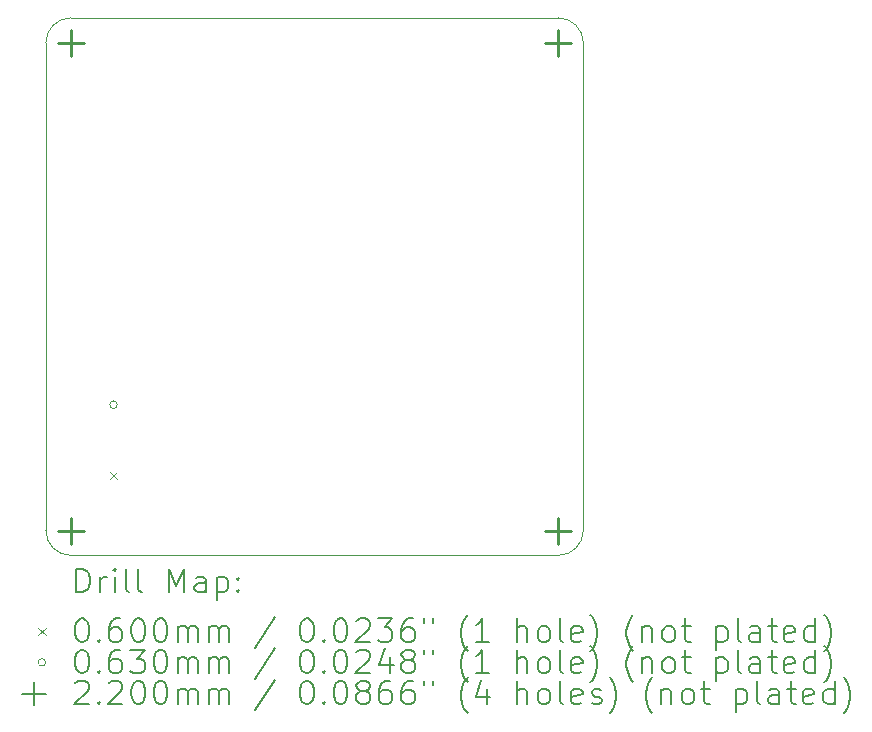
<source format=gbr>
%TF.GenerationSoftware,KiCad,Pcbnew,9.0.2+1*%
%TF.CreationDate,2025-08-01T20:38:58+01:00*%
%TF.ProjectId,PocketSat,506f636b-6574-4536-9174-2e6b69636164,rev?*%
%TF.SameCoordinates,Original*%
%TF.FileFunction,Drillmap*%
%TF.FilePolarity,Positive*%
%FSLAX45Y45*%
G04 Gerber Fmt 4.5, Leading zero omitted, Abs format (unit mm)*
G04 Created by KiCad (PCBNEW 9.0.2+1) date 2025-08-01 20:38:58*
%MOMM*%
%LPD*%
G01*
G04 APERTURE LIST*
%ADD10C,0.050000*%
%ADD11C,0.200000*%
%ADD12C,0.100000*%
%ADD13C,0.220000*%
G04 APERTURE END LIST*
D10*
X14550000Y-9790000D02*
G75*
G02*
X14340000Y-10000000I-210000J0D01*
G01*
X10210000Y-10000000D02*
G75*
G02*
X10000000Y-9790000I0J210000D01*
G01*
X10000000Y-5660000D02*
G75*
G02*
X10210000Y-5450000I210000J0D01*
G01*
X14550000Y-5660000D02*
X14550000Y-9790000D01*
X14340000Y-5450000D02*
G75*
G02*
X14550000Y-5660000I0J-210000D01*
G01*
X10000000Y-9790000D02*
X10000000Y-5660000D01*
X10210000Y-5450000D02*
X14340000Y-5450000D01*
X14340000Y-10000000D02*
X10210000Y-10000000D01*
D11*
D12*
X10542500Y-9294350D02*
X10602500Y-9354350D01*
X10602500Y-9294350D02*
X10542500Y-9354350D01*
X10604000Y-8724350D02*
G75*
G02*
X10541000Y-8724350I-31500J0D01*
G01*
X10541000Y-8724350D02*
G75*
G02*
X10604000Y-8724350I31500J0D01*
G01*
D13*
X10210000Y-5550000D02*
X10210000Y-5770000D01*
X10100000Y-5660000D02*
X10320000Y-5660000D01*
X10210000Y-9680000D02*
X10210000Y-9900000D01*
X10100000Y-9790000D02*
X10320000Y-9790000D01*
X14340000Y-5550000D02*
X14340000Y-5770000D01*
X14230000Y-5660000D02*
X14450000Y-5660000D01*
X14340000Y-9680000D02*
X14340000Y-9900000D01*
X14230000Y-9790000D02*
X14450000Y-9790000D01*
D11*
X10258277Y-10313984D02*
X10258277Y-10113984D01*
X10258277Y-10113984D02*
X10305896Y-10113984D01*
X10305896Y-10113984D02*
X10334467Y-10123508D01*
X10334467Y-10123508D02*
X10353515Y-10142555D01*
X10353515Y-10142555D02*
X10363039Y-10161603D01*
X10363039Y-10161603D02*
X10372563Y-10199698D01*
X10372563Y-10199698D02*
X10372563Y-10228270D01*
X10372563Y-10228270D02*
X10363039Y-10266365D01*
X10363039Y-10266365D02*
X10353515Y-10285412D01*
X10353515Y-10285412D02*
X10334467Y-10304460D01*
X10334467Y-10304460D02*
X10305896Y-10313984D01*
X10305896Y-10313984D02*
X10258277Y-10313984D01*
X10458277Y-10313984D02*
X10458277Y-10180650D01*
X10458277Y-10218746D02*
X10467801Y-10199698D01*
X10467801Y-10199698D02*
X10477324Y-10190174D01*
X10477324Y-10190174D02*
X10496372Y-10180650D01*
X10496372Y-10180650D02*
X10515420Y-10180650D01*
X10582086Y-10313984D02*
X10582086Y-10180650D01*
X10582086Y-10113984D02*
X10572563Y-10123508D01*
X10572563Y-10123508D02*
X10582086Y-10133031D01*
X10582086Y-10133031D02*
X10591610Y-10123508D01*
X10591610Y-10123508D02*
X10582086Y-10113984D01*
X10582086Y-10113984D02*
X10582086Y-10133031D01*
X10705896Y-10313984D02*
X10686848Y-10304460D01*
X10686848Y-10304460D02*
X10677324Y-10285412D01*
X10677324Y-10285412D02*
X10677324Y-10113984D01*
X10810658Y-10313984D02*
X10791610Y-10304460D01*
X10791610Y-10304460D02*
X10782086Y-10285412D01*
X10782086Y-10285412D02*
X10782086Y-10113984D01*
X11039229Y-10313984D02*
X11039229Y-10113984D01*
X11039229Y-10113984D02*
X11105896Y-10256841D01*
X11105896Y-10256841D02*
X11172563Y-10113984D01*
X11172563Y-10113984D02*
X11172563Y-10313984D01*
X11353515Y-10313984D02*
X11353515Y-10209222D01*
X11353515Y-10209222D02*
X11343991Y-10190174D01*
X11343991Y-10190174D02*
X11324943Y-10180650D01*
X11324943Y-10180650D02*
X11286848Y-10180650D01*
X11286848Y-10180650D02*
X11267801Y-10190174D01*
X11353515Y-10304460D02*
X11334467Y-10313984D01*
X11334467Y-10313984D02*
X11286848Y-10313984D01*
X11286848Y-10313984D02*
X11267801Y-10304460D01*
X11267801Y-10304460D02*
X11258277Y-10285412D01*
X11258277Y-10285412D02*
X11258277Y-10266365D01*
X11258277Y-10266365D02*
X11267801Y-10247317D01*
X11267801Y-10247317D02*
X11286848Y-10237793D01*
X11286848Y-10237793D02*
X11334467Y-10237793D01*
X11334467Y-10237793D02*
X11353515Y-10228270D01*
X11448753Y-10180650D02*
X11448753Y-10380650D01*
X11448753Y-10190174D02*
X11467801Y-10180650D01*
X11467801Y-10180650D02*
X11505896Y-10180650D01*
X11505896Y-10180650D02*
X11524943Y-10190174D01*
X11524943Y-10190174D02*
X11534467Y-10199698D01*
X11534467Y-10199698D02*
X11543991Y-10218746D01*
X11543991Y-10218746D02*
X11543991Y-10275889D01*
X11543991Y-10275889D02*
X11534467Y-10294936D01*
X11534467Y-10294936D02*
X11524943Y-10304460D01*
X11524943Y-10304460D02*
X11505896Y-10313984D01*
X11505896Y-10313984D02*
X11467801Y-10313984D01*
X11467801Y-10313984D02*
X11448753Y-10304460D01*
X11629705Y-10294936D02*
X11639229Y-10304460D01*
X11639229Y-10304460D02*
X11629705Y-10313984D01*
X11629705Y-10313984D02*
X11620182Y-10304460D01*
X11620182Y-10304460D02*
X11629705Y-10294936D01*
X11629705Y-10294936D02*
X11629705Y-10313984D01*
X11629705Y-10190174D02*
X11639229Y-10199698D01*
X11639229Y-10199698D02*
X11629705Y-10209222D01*
X11629705Y-10209222D02*
X11620182Y-10199698D01*
X11620182Y-10199698D02*
X11629705Y-10190174D01*
X11629705Y-10190174D02*
X11629705Y-10209222D01*
D12*
X9937500Y-10612500D02*
X9997500Y-10672500D01*
X9997500Y-10612500D02*
X9937500Y-10672500D01*
D11*
X10296372Y-10533984D02*
X10315420Y-10533984D01*
X10315420Y-10533984D02*
X10334467Y-10543508D01*
X10334467Y-10543508D02*
X10343991Y-10553031D01*
X10343991Y-10553031D02*
X10353515Y-10572079D01*
X10353515Y-10572079D02*
X10363039Y-10610174D01*
X10363039Y-10610174D02*
X10363039Y-10657793D01*
X10363039Y-10657793D02*
X10353515Y-10695889D01*
X10353515Y-10695889D02*
X10343991Y-10714936D01*
X10343991Y-10714936D02*
X10334467Y-10724460D01*
X10334467Y-10724460D02*
X10315420Y-10733984D01*
X10315420Y-10733984D02*
X10296372Y-10733984D01*
X10296372Y-10733984D02*
X10277324Y-10724460D01*
X10277324Y-10724460D02*
X10267801Y-10714936D01*
X10267801Y-10714936D02*
X10258277Y-10695889D01*
X10258277Y-10695889D02*
X10248753Y-10657793D01*
X10248753Y-10657793D02*
X10248753Y-10610174D01*
X10248753Y-10610174D02*
X10258277Y-10572079D01*
X10258277Y-10572079D02*
X10267801Y-10553031D01*
X10267801Y-10553031D02*
X10277324Y-10543508D01*
X10277324Y-10543508D02*
X10296372Y-10533984D01*
X10448753Y-10714936D02*
X10458277Y-10724460D01*
X10458277Y-10724460D02*
X10448753Y-10733984D01*
X10448753Y-10733984D02*
X10439229Y-10724460D01*
X10439229Y-10724460D02*
X10448753Y-10714936D01*
X10448753Y-10714936D02*
X10448753Y-10733984D01*
X10629705Y-10533984D02*
X10591610Y-10533984D01*
X10591610Y-10533984D02*
X10572563Y-10543508D01*
X10572563Y-10543508D02*
X10563039Y-10553031D01*
X10563039Y-10553031D02*
X10543991Y-10581603D01*
X10543991Y-10581603D02*
X10534467Y-10619698D01*
X10534467Y-10619698D02*
X10534467Y-10695889D01*
X10534467Y-10695889D02*
X10543991Y-10714936D01*
X10543991Y-10714936D02*
X10553515Y-10724460D01*
X10553515Y-10724460D02*
X10572563Y-10733984D01*
X10572563Y-10733984D02*
X10610658Y-10733984D01*
X10610658Y-10733984D02*
X10629705Y-10724460D01*
X10629705Y-10724460D02*
X10639229Y-10714936D01*
X10639229Y-10714936D02*
X10648753Y-10695889D01*
X10648753Y-10695889D02*
X10648753Y-10648270D01*
X10648753Y-10648270D02*
X10639229Y-10629222D01*
X10639229Y-10629222D02*
X10629705Y-10619698D01*
X10629705Y-10619698D02*
X10610658Y-10610174D01*
X10610658Y-10610174D02*
X10572563Y-10610174D01*
X10572563Y-10610174D02*
X10553515Y-10619698D01*
X10553515Y-10619698D02*
X10543991Y-10629222D01*
X10543991Y-10629222D02*
X10534467Y-10648270D01*
X10772563Y-10533984D02*
X10791610Y-10533984D01*
X10791610Y-10533984D02*
X10810658Y-10543508D01*
X10810658Y-10543508D02*
X10820182Y-10553031D01*
X10820182Y-10553031D02*
X10829705Y-10572079D01*
X10829705Y-10572079D02*
X10839229Y-10610174D01*
X10839229Y-10610174D02*
X10839229Y-10657793D01*
X10839229Y-10657793D02*
X10829705Y-10695889D01*
X10829705Y-10695889D02*
X10820182Y-10714936D01*
X10820182Y-10714936D02*
X10810658Y-10724460D01*
X10810658Y-10724460D02*
X10791610Y-10733984D01*
X10791610Y-10733984D02*
X10772563Y-10733984D01*
X10772563Y-10733984D02*
X10753515Y-10724460D01*
X10753515Y-10724460D02*
X10743991Y-10714936D01*
X10743991Y-10714936D02*
X10734467Y-10695889D01*
X10734467Y-10695889D02*
X10724944Y-10657793D01*
X10724944Y-10657793D02*
X10724944Y-10610174D01*
X10724944Y-10610174D02*
X10734467Y-10572079D01*
X10734467Y-10572079D02*
X10743991Y-10553031D01*
X10743991Y-10553031D02*
X10753515Y-10543508D01*
X10753515Y-10543508D02*
X10772563Y-10533984D01*
X10963039Y-10533984D02*
X10982086Y-10533984D01*
X10982086Y-10533984D02*
X11001134Y-10543508D01*
X11001134Y-10543508D02*
X11010658Y-10553031D01*
X11010658Y-10553031D02*
X11020182Y-10572079D01*
X11020182Y-10572079D02*
X11029705Y-10610174D01*
X11029705Y-10610174D02*
X11029705Y-10657793D01*
X11029705Y-10657793D02*
X11020182Y-10695889D01*
X11020182Y-10695889D02*
X11010658Y-10714936D01*
X11010658Y-10714936D02*
X11001134Y-10724460D01*
X11001134Y-10724460D02*
X10982086Y-10733984D01*
X10982086Y-10733984D02*
X10963039Y-10733984D01*
X10963039Y-10733984D02*
X10943991Y-10724460D01*
X10943991Y-10724460D02*
X10934467Y-10714936D01*
X10934467Y-10714936D02*
X10924944Y-10695889D01*
X10924944Y-10695889D02*
X10915420Y-10657793D01*
X10915420Y-10657793D02*
X10915420Y-10610174D01*
X10915420Y-10610174D02*
X10924944Y-10572079D01*
X10924944Y-10572079D02*
X10934467Y-10553031D01*
X10934467Y-10553031D02*
X10943991Y-10543508D01*
X10943991Y-10543508D02*
X10963039Y-10533984D01*
X11115420Y-10733984D02*
X11115420Y-10600650D01*
X11115420Y-10619698D02*
X11124944Y-10610174D01*
X11124944Y-10610174D02*
X11143991Y-10600650D01*
X11143991Y-10600650D02*
X11172563Y-10600650D01*
X11172563Y-10600650D02*
X11191610Y-10610174D01*
X11191610Y-10610174D02*
X11201134Y-10629222D01*
X11201134Y-10629222D02*
X11201134Y-10733984D01*
X11201134Y-10629222D02*
X11210658Y-10610174D01*
X11210658Y-10610174D02*
X11229705Y-10600650D01*
X11229705Y-10600650D02*
X11258277Y-10600650D01*
X11258277Y-10600650D02*
X11277324Y-10610174D01*
X11277324Y-10610174D02*
X11286848Y-10629222D01*
X11286848Y-10629222D02*
X11286848Y-10733984D01*
X11382086Y-10733984D02*
X11382086Y-10600650D01*
X11382086Y-10619698D02*
X11391610Y-10610174D01*
X11391610Y-10610174D02*
X11410658Y-10600650D01*
X11410658Y-10600650D02*
X11439229Y-10600650D01*
X11439229Y-10600650D02*
X11458277Y-10610174D01*
X11458277Y-10610174D02*
X11467801Y-10629222D01*
X11467801Y-10629222D02*
X11467801Y-10733984D01*
X11467801Y-10629222D02*
X11477324Y-10610174D01*
X11477324Y-10610174D02*
X11496372Y-10600650D01*
X11496372Y-10600650D02*
X11524943Y-10600650D01*
X11524943Y-10600650D02*
X11543991Y-10610174D01*
X11543991Y-10610174D02*
X11553515Y-10629222D01*
X11553515Y-10629222D02*
X11553515Y-10733984D01*
X11943991Y-10524460D02*
X11772563Y-10781603D01*
X12201134Y-10533984D02*
X12220182Y-10533984D01*
X12220182Y-10533984D02*
X12239229Y-10543508D01*
X12239229Y-10543508D02*
X12248753Y-10553031D01*
X12248753Y-10553031D02*
X12258277Y-10572079D01*
X12258277Y-10572079D02*
X12267801Y-10610174D01*
X12267801Y-10610174D02*
X12267801Y-10657793D01*
X12267801Y-10657793D02*
X12258277Y-10695889D01*
X12258277Y-10695889D02*
X12248753Y-10714936D01*
X12248753Y-10714936D02*
X12239229Y-10724460D01*
X12239229Y-10724460D02*
X12220182Y-10733984D01*
X12220182Y-10733984D02*
X12201134Y-10733984D01*
X12201134Y-10733984D02*
X12182086Y-10724460D01*
X12182086Y-10724460D02*
X12172563Y-10714936D01*
X12172563Y-10714936D02*
X12163039Y-10695889D01*
X12163039Y-10695889D02*
X12153515Y-10657793D01*
X12153515Y-10657793D02*
X12153515Y-10610174D01*
X12153515Y-10610174D02*
X12163039Y-10572079D01*
X12163039Y-10572079D02*
X12172563Y-10553031D01*
X12172563Y-10553031D02*
X12182086Y-10543508D01*
X12182086Y-10543508D02*
X12201134Y-10533984D01*
X12353515Y-10714936D02*
X12363039Y-10724460D01*
X12363039Y-10724460D02*
X12353515Y-10733984D01*
X12353515Y-10733984D02*
X12343991Y-10724460D01*
X12343991Y-10724460D02*
X12353515Y-10714936D01*
X12353515Y-10714936D02*
X12353515Y-10733984D01*
X12486848Y-10533984D02*
X12505896Y-10533984D01*
X12505896Y-10533984D02*
X12524944Y-10543508D01*
X12524944Y-10543508D02*
X12534467Y-10553031D01*
X12534467Y-10553031D02*
X12543991Y-10572079D01*
X12543991Y-10572079D02*
X12553515Y-10610174D01*
X12553515Y-10610174D02*
X12553515Y-10657793D01*
X12553515Y-10657793D02*
X12543991Y-10695889D01*
X12543991Y-10695889D02*
X12534467Y-10714936D01*
X12534467Y-10714936D02*
X12524944Y-10724460D01*
X12524944Y-10724460D02*
X12505896Y-10733984D01*
X12505896Y-10733984D02*
X12486848Y-10733984D01*
X12486848Y-10733984D02*
X12467801Y-10724460D01*
X12467801Y-10724460D02*
X12458277Y-10714936D01*
X12458277Y-10714936D02*
X12448753Y-10695889D01*
X12448753Y-10695889D02*
X12439229Y-10657793D01*
X12439229Y-10657793D02*
X12439229Y-10610174D01*
X12439229Y-10610174D02*
X12448753Y-10572079D01*
X12448753Y-10572079D02*
X12458277Y-10553031D01*
X12458277Y-10553031D02*
X12467801Y-10543508D01*
X12467801Y-10543508D02*
X12486848Y-10533984D01*
X12629706Y-10553031D02*
X12639229Y-10543508D01*
X12639229Y-10543508D02*
X12658277Y-10533984D01*
X12658277Y-10533984D02*
X12705896Y-10533984D01*
X12705896Y-10533984D02*
X12724944Y-10543508D01*
X12724944Y-10543508D02*
X12734467Y-10553031D01*
X12734467Y-10553031D02*
X12743991Y-10572079D01*
X12743991Y-10572079D02*
X12743991Y-10591127D01*
X12743991Y-10591127D02*
X12734467Y-10619698D01*
X12734467Y-10619698D02*
X12620182Y-10733984D01*
X12620182Y-10733984D02*
X12743991Y-10733984D01*
X12810658Y-10533984D02*
X12934467Y-10533984D01*
X12934467Y-10533984D02*
X12867801Y-10610174D01*
X12867801Y-10610174D02*
X12896372Y-10610174D01*
X12896372Y-10610174D02*
X12915420Y-10619698D01*
X12915420Y-10619698D02*
X12924944Y-10629222D01*
X12924944Y-10629222D02*
X12934467Y-10648270D01*
X12934467Y-10648270D02*
X12934467Y-10695889D01*
X12934467Y-10695889D02*
X12924944Y-10714936D01*
X12924944Y-10714936D02*
X12915420Y-10724460D01*
X12915420Y-10724460D02*
X12896372Y-10733984D01*
X12896372Y-10733984D02*
X12839229Y-10733984D01*
X12839229Y-10733984D02*
X12820182Y-10724460D01*
X12820182Y-10724460D02*
X12810658Y-10714936D01*
X13105896Y-10533984D02*
X13067801Y-10533984D01*
X13067801Y-10533984D02*
X13048753Y-10543508D01*
X13048753Y-10543508D02*
X13039229Y-10553031D01*
X13039229Y-10553031D02*
X13020182Y-10581603D01*
X13020182Y-10581603D02*
X13010658Y-10619698D01*
X13010658Y-10619698D02*
X13010658Y-10695889D01*
X13010658Y-10695889D02*
X13020182Y-10714936D01*
X13020182Y-10714936D02*
X13029706Y-10724460D01*
X13029706Y-10724460D02*
X13048753Y-10733984D01*
X13048753Y-10733984D02*
X13086848Y-10733984D01*
X13086848Y-10733984D02*
X13105896Y-10724460D01*
X13105896Y-10724460D02*
X13115420Y-10714936D01*
X13115420Y-10714936D02*
X13124944Y-10695889D01*
X13124944Y-10695889D02*
X13124944Y-10648270D01*
X13124944Y-10648270D02*
X13115420Y-10629222D01*
X13115420Y-10629222D02*
X13105896Y-10619698D01*
X13105896Y-10619698D02*
X13086848Y-10610174D01*
X13086848Y-10610174D02*
X13048753Y-10610174D01*
X13048753Y-10610174D02*
X13029706Y-10619698D01*
X13029706Y-10619698D02*
X13020182Y-10629222D01*
X13020182Y-10629222D02*
X13010658Y-10648270D01*
X13201134Y-10533984D02*
X13201134Y-10572079D01*
X13277325Y-10533984D02*
X13277325Y-10572079D01*
X13572563Y-10810174D02*
X13563039Y-10800650D01*
X13563039Y-10800650D02*
X13543991Y-10772079D01*
X13543991Y-10772079D02*
X13534468Y-10753031D01*
X13534468Y-10753031D02*
X13524944Y-10724460D01*
X13524944Y-10724460D02*
X13515420Y-10676841D01*
X13515420Y-10676841D02*
X13515420Y-10638746D01*
X13515420Y-10638746D02*
X13524944Y-10591127D01*
X13524944Y-10591127D02*
X13534468Y-10562555D01*
X13534468Y-10562555D02*
X13543991Y-10543508D01*
X13543991Y-10543508D02*
X13563039Y-10514936D01*
X13563039Y-10514936D02*
X13572563Y-10505412D01*
X13753515Y-10733984D02*
X13639229Y-10733984D01*
X13696372Y-10733984D02*
X13696372Y-10533984D01*
X13696372Y-10533984D02*
X13677325Y-10562555D01*
X13677325Y-10562555D02*
X13658277Y-10581603D01*
X13658277Y-10581603D02*
X13639229Y-10591127D01*
X13991610Y-10733984D02*
X13991610Y-10533984D01*
X14077325Y-10733984D02*
X14077325Y-10629222D01*
X14077325Y-10629222D02*
X14067801Y-10610174D01*
X14067801Y-10610174D02*
X14048753Y-10600650D01*
X14048753Y-10600650D02*
X14020182Y-10600650D01*
X14020182Y-10600650D02*
X14001134Y-10610174D01*
X14001134Y-10610174D02*
X13991610Y-10619698D01*
X14201134Y-10733984D02*
X14182087Y-10724460D01*
X14182087Y-10724460D02*
X14172563Y-10714936D01*
X14172563Y-10714936D02*
X14163039Y-10695889D01*
X14163039Y-10695889D02*
X14163039Y-10638746D01*
X14163039Y-10638746D02*
X14172563Y-10619698D01*
X14172563Y-10619698D02*
X14182087Y-10610174D01*
X14182087Y-10610174D02*
X14201134Y-10600650D01*
X14201134Y-10600650D02*
X14229706Y-10600650D01*
X14229706Y-10600650D02*
X14248753Y-10610174D01*
X14248753Y-10610174D02*
X14258277Y-10619698D01*
X14258277Y-10619698D02*
X14267801Y-10638746D01*
X14267801Y-10638746D02*
X14267801Y-10695889D01*
X14267801Y-10695889D02*
X14258277Y-10714936D01*
X14258277Y-10714936D02*
X14248753Y-10724460D01*
X14248753Y-10724460D02*
X14229706Y-10733984D01*
X14229706Y-10733984D02*
X14201134Y-10733984D01*
X14382087Y-10733984D02*
X14363039Y-10724460D01*
X14363039Y-10724460D02*
X14353515Y-10705412D01*
X14353515Y-10705412D02*
X14353515Y-10533984D01*
X14534468Y-10724460D02*
X14515420Y-10733984D01*
X14515420Y-10733984D02*
X14477325Y-10733984D01*
X14477325Y-10733984D02*
X14458277Y-10724460D01*
X14458277Y-10724460D02*
X14448753Y-10705412D01*
X14448753Y-10705412D02*
X14448753Y-10629222D01*
X14448753Y-10629222D02*
X14458277Y-10610174D01*
X14458277Y-10610174D02*
X14477325Y-10600650D01*
X14477325Y-10600650D02*
X14515420Y-10600650D01*
X14515420Y-10600650D02*
X14534468Y-10610174D01*
X14534468Y-10610174D02*
X14543991Y-10629222D01*
X14543991Y-10629222D02*
X14543991Y-10648270D01*
X14543991Y-10648270D02*
X14448753Y-10667317D01*
X14610658Y-10810174D02*
X14620182Y-10800650D01*
X14620182Y-10800650D02*
X14639230Y-10772079D01*
X14639230Y-10772079D02*
X14648753Y-10753031D01*
X14648753Y-10753031D02*
X14658277Y-10724460D01*
X14658277Y-10724460D02*
X14667801Y-10676841D01*
X14667801Y-10676841D02*
X14667801Y-10638746D01*
X14667801Y-10638746D02*
X14658277Y-10591127D01*
X14658277Y-10591127D02*
X14648753Y-10562555D01*
X14648753Y-10562555D02*
X14639230Y-10543508D01*
X14639230Y-10543508D02*
X14620182Y-10514936D01*
X14620182Y-10514936D02*
X14610658Y-10505412D01*
X14972563Y-10810174D02*
X14963039Y-10800650D01*
X14963039Y-10800650D02*
X14943991Y-10772079D01*
X14943991Y-10772079D02*
X14934468Y-10753031D01*
X14934468Y-10753031D02*
X14924944Y-10724460D01*
X14924944Y-10724460D02*
X14915420Y-10676841D01*
X14915420Y-10676841D02*
X14915420Y-10638746D01*
X14915420Y-10638746D02*
X14924944Y-10591127D01*
X14924944Y-10591127D02*
X14934468Y-10562555D01*
X14934468Y-10562555D02*
X14943991Y-10543508D01*
X14943991Y-10543508D02*
X14963039Y-10514936D01*
X14963039Y-10514936D02*
X14972563Y-10505412D01*
X15048753Y-10600650D02*
X15048753Y-10733984D01*
X15048753Y-10619698D02*
X15058277Y-10610174D01*
X15058277Y-10610174D02*
X15077325Y-10600650D01*
X15077325Y-10600650D02*
X15105896Y-10600650D01*
X15105896Y-10600650D02*
X15124944Y-10610174D01*
X15124944Y-10610174D02*
X15134468Y-10629222D01*
X15134468Y-10629222D02*
X15134468Y-10733984D01*
X15258277Y-10733984D02*
X15239230Y-10724460D01*
X15239230Y-10724460D02*
X15229706Y-10714936D01*
X15229706Y-10714936D02*
X15220182Y-10695889D01*
X15220182Y-10695889D02*
X15220182Y-10638746D01*
X15220182Y-10638746D02*
X15229706Y-10619698D01*
X15229706Y-10619698D02*
X15239230Y-10610174D01*
X15239230Y-10610174D02*
X15258277Y-10600650D01*
X15258277Y-10600650D02*
X15286849Y-10600650D01*
X15286849Y-10600650D02*
X15305896Y-10610174D01*
X15305896Y-10610174D02*
X15315420Y-10619698D01*
X15315420Y-10619698D02*
X15324944Y-10638746D01*
X15324944Y-10638746D02*
X15324944Y-10695889D01*
X15324944Y-10695889D02*
X15315420Y-10714936D01*
X15315420Y-10714936D02*
X15305896Y-10724460D01*
X15305896Y-10724460D02*
X15286849Y-10733984D01*
X15286849Y-10733984D02*
X15258277Y-10733984D01*
X15382087Y-10600650D02*
X15458277Y-10600650D01*
X15410658Y-10533984D02*
X15410658Y-10705412D01*
X15410658Y-10705412D02*
X15420182Y-10724460D01*
X15420182Y-10724460D02*
X15439230Y-10733984D01*
X15439230Y-10733984D02*
X15458277Y-10733984D01*
X15677325Y-10600650D02*
X15677325Y-10800650D01*
X15677325Y-10610174D02*
X15696372Y-10600650D01*
X15696372Y-10600650D02*
X15734468Y-10600650D01*
X15734468Y-10600650D02*
X15753515Y-10610174D01*
X15753515Y-10610174D02*
X15763039Y-10619698D01*
X15763039Y-10619698D02*
X15772563Y-10638746D01*
X15772563Y-10638746D02*
X15772563Y-10695889D01*
X15772563Y-10695889D02*
X15763039Y-10714936D01*
X15763039Y-10714936D02*
X15753515Y-10724460D01*
X15753515Y-10724460D02*
X15734468Y-10733984D01*
X15734468Y-10733984D02*
X15696372Y-10733984D01*
X15696372Y-10733984D02*
X15677325Y-10724460D01*
X15886849Y-10733984D02*
X15867801Y-10724460D01*
X15867801Y-10724460D02*
X15858277Y-10705412D01*
X15858277Y-10705412D02*
X15858277Y-10533984D01*
X16048753Y-10733984D02*
X16048753Y-10629222D01*
X16048753Y-10629222D02*
X16039230Y-10610174D01*
X16039230Y-10610174D02*
X16020182Y-10600650D01*
X16020182Y-10600650D02*
X15982087Y-10600650D01*
X15982087Y-10600650D02*
X15963039Y-10610174D01*
X16048753Y-10724460D02*
X16029706Y-10733984D01*
X16029706Y-10733984D02*
X15982087Y-10733984D01*
X15982087Y-10733984D02*
X15963039Y-10724460D01*
X15963039Y-10724460D02*
X15953515Y-10705412D01*
X15953515Y-10705412D02*
X15953515Y-10686365D01*
X15953515Y-10686365D02*
X15963039Y-10667317D01*
X15963039Y-10667317D02*
X15982087Y-10657793D01*
X15982087Y-10657793D02*
X16029706Y-10657793D01*
X16029706Y-10657793D02*
X16048753Y-10648270D01*
X16115420Y-10600650D02*
X16191611Y-10600650D01*
X16143992Y-10533984D02*
X16143992Y-10705412D01*
X16143992Y-10705412D02*
X16153515Y-10724460D01*
X16153515Y-10724460D02*
X16172563Y-10733984D01*
X16172563Y-10733984D02*
X16191611Y-10733984D01*
X16334468Y-10724460D02*
X16315420Y-10733984D01*
X16315420Y-10733984D02*
X16277325Y-10733984D01*
X16277325Y-10733984D02*
X16258277Y-10724460D01*
X16258277Y-10724460D02*
X16248753Y-10705412D01*
X16248753Y-10705412D02*
X16248753Y-10629222D01*
X16248753Y-10629222D02*
X16258277Y-10610174D01*
X16258277Y-10610174D02*
X16277325Y-10600650D01*
X16277325Y-10600650D02*
X16315420Y-10600650D01*
X16315420Y-10600650D02*
X16334468Y-10610174D01*
X16334468Y-10610174D02*
X16343992Y-10629222D01*
X16343992Y-10629222D02*
X16343992Y-10648270D01*
X16343992Y-10648270D02*
X16248753Y-10667317D01*
X16515420Y-10733984D02*
X16515420Y-10533984D01*
X16515420Y-10724460D02*
X16496373Y-10733984D01*
X16496373Y-10733984D02*
X16458277Y-10733984D01*
X16458277Y-10733984D02*
X16439230Y-10724460D01*
X16439230Y-10724460D02*
X16429706Y-10714936D01*
X16429706Y-10714936D02*
X16420182Y-10695889D01*
X16420182Y-10695889D02*
X16420182Y-10638746D01*
X16420182Y-10638746D02*
X16429706Y-10619698D01*
X16429706Y-10619698D02*
X16439230Y-10610174D01*
X16439230Y-10610174D02*
X16458277Y-10600650D01*
X16458277Y-10600650D02*
X16496373Y-10600650D01*
X16496373Y-10600650D02*
X16515420Y-10610174D01*
X16591611Y-10810174D02*
X16601134Y-10800650D01*
X16601134Y-10800650D02*
X16620182Y-10772079D01*
X16620182Y-10772079D02*
X16629706Y-10753031D01*
X16629706Y-10753031D02*
X16639230Y-10724460D01*
X16639230Y-10724460D02*
X16648753Y-10676841D01*
X16648753Y-10676841D02*
X16648753Y-10638746D01*
X16648753Y-10638746D02*
X16639230Y-10591127D01*
X16639230Y-10591127D02*
X16629706Y-10562555D01*
X16629706Y-10562555D02*
X16620182Y-10543508D01*
X16620182Y-10543508D02*
X16601134Y-10514936D01*
X16601134Y-10514936D02*
X16591611Y-10505412D01*
D12*
X9997500Y-10906500D02*
G75*
G02*
X9934500Y-10906500I-31500J0D01*
G01*
X9934500Y-10906500D02*
G75*
G02*
X9997500Y-10906500I31500J0D01*
G01*
D11*
X10296372Y-10797984D02*
X10315420Y-10797984D01*
X10315420Y-10797984D02*
X10334467Y-10807508D01*
X10334467Y-10807508D02*
X10343991Y-10817031D01*
X10343991Y-10817031D02*
X10353515Y-10836079D01*
X10353515Y-10836079D02*
X10363039Y-10874174D01*
X10363039Y-10874174D02*
X10363039Y-10921793D01*
X10363039Y-10921793D02*
X10353515Y-10959889D01*
X10353515Y-10959889D02*
X10343991Y-10978936D01*
X10343991Y-10978936D02*
X10334467Y-10988460D01*
X10334467Y-10988460D02*
X10315420Y-10997984D01*
X10315420Y-10997984D02*
X10296372Y-10997984D01*
X10296372Y-10997984D02*
X10277324Y-10988460D01*
X10277324Y-10988460D02*
X10267801Y-10978936D01*
X10267801Y-10978936D02*
X10258277Y-10959889D01*
X10258277Y-10959889D02*
X10248753Y-10921793D01*
X10248753Y-10921793D02*
X10248753Y-10874174D01*
X10248753Y-10874174D02*
X10258277Y-10836079D01*
X10258277Y-10836079D02*
X10267801Y-10817031D01*
X10267801Y-10817031D02*
X10277324Y-10807508D01*
X10277324Y-10807508D02*
X10296372Y-10797984D01*
X10448753Y-10978936D02*
X10458277Y-10988460D01*
X10458277Y-10988460D02*
X10448753Y-10997984D01*
X10448753Y-10997984D02*
X10439229Y-10988460D01*
X10439229Y-10988460D02*
X10448753Y-10978936D01*
X10448753Y-10978936D02*
X10448753Y-10997984D01*
X10629705Y-10797984D02*
X10591610Y-10797984D01*
X10591610Y-10797984D02*
X10572563Y-10807508D01*
X10572563Y-10807508D02*
X10563039Y-10817031D01*
X10563039Y-10817031D02*
X10543991Y-10845603D01*
X10543991Y-10845603D02*
X10534467Y-10883698D01*
X10534467Y-10883698D02*
X10534467Y-10959889D01*
X10534467Y-10959889D02*
X10543991Y-10978936D01*
X10543991Y-10978936D02*
X10553515Y-10988460D01*
X10553515Y-10988460D02*
X10572563Y-10997984D01*
X10572563Y-10997984D02*
X10610658Y-10997984D01*
X10610658Y-10997984D02*
X10629705Y-10988460D01*
X10629705Y-10988460D02*
X10639229Y-10978936D01*
X10639229Y-10978936D02*
X10648753Y-10959889D01*
X10648753Y-10959889D02*
X10648753Y-10912270D01*
X10648753Y-10912270D02*
X10639229Y-10893222D01*
X10639229Y-10893222D02*
X10629705Y-10883698D01*
X10629705Y-10883698D02*
X10610658Y-10874174D01*
X10610658Y-10874174D02*
X10572563Y-10874174D01*
X10572563Y-10874174D02*
X10553515Y-10883698D01*
X10553515Y-10883698D02*
X10543991Y-10893222D01*
X10543991Y-10893222D02*
X10534467Y-10912270D01*
X10715420Y-10797984D02*
X10839229Y-10797984D01*
X10839229Y-10797984D02*
X10772563Y-10874174D01*
X10772563Y-10874174D02*
X10801134Y-10874174D01*
X10801134Y-10874174D02*
X10820182Y-10883698D01*
X10820182Y-10883698D02*
X10829705Y-10893222D01*
X10829705Y-10893222D02*
X10839229Y-10912270D01*
X10839229Y-10912270D02*
X10839229Y-10959889D01*
X10839229Y-10959889D02*
X10829705Y-10978936D01*
X10829705Y-10978936D02*
X10820182Y-10988460D01*
X10820182Y-10988460D02*
X10801134Y-10997984D01*
X10801134Y-10997984D02*
X10743991Y-10997984D01*
X10743991Y-10997984D02*
X10724944Y-10988460D01*
X10724944Y-10988460D02*
X10715420Y-10978936D01*
X10963039Y-10797984D02*
X10982086Y-10797984D01*
X10982086Y-10797984D02*
X11001134Y-10807508D01*
X11001134Y-10807508D02*
X11010658Y-10817031D01*
X11010658Y-10817031D02*
X11020182Y-10836079D01*
X11020182Y-10836079D02*
X11029705Y-10874174D01*
X11029705Y-10874174D02*
X11029705Y-10921793D01*
X11029705Y-10921793D02*
X11020182Y-10959889D01*
X11020182Y-10959889D02*
X11010658Y-10978936D01*
X11010658Y-10978936D02*
X11001134Y-10988460D01*
X11001134Y-10988460D02*
X10982086Y-10997984D01*
X10982086Y-10997984D02*
X10963039Y-10997984D01*
X10963039Y-10997984D02*
X10943991Y-10988460D01*
X10943991Y-10988460D02*
X10934467Y-10978936D01*
X10934467Y-10978936D02*
X10924944Y-10959889D01*
X10924944Y-10959889D02*
X10915420Y-10921793D01*
X10915420Y-10921793D02*
X10915420Y-10874174D01*
X10915420Y-10874174D02*
X10924944Y-10836079D01*
X10924944Y-10836079D02*
X10934467Y-10817031D01*
X10934467Y-10817031D02*
X10943991Y-10807508D01*
X10943991Y-10807508D02*
X10963039Y-10797984D01*
X11115420Y-10997984D02*
X11115420Y-10864650D01*
X11115420Y-10883698D02*
X11124944Y-10874174D01*
X11124944Y-10874174D02*
X11143991Y-10864650D01*
X11143991Y-10864650D02*
X11172563Y-10864650D01*
X11172563Y-10864650D02*
X11191610Y-10874174D01*
X11191610Y-10874174D02*
X11201134Y-10893222D01*
X11201134Y-10893222D02*
X11201134Y-10997984D01*
X11201134Y-10893222D02*
X11210658Y-10874174D01*
X11210658Y-10874174D02*
X11229705Y-10864650D01*
X11229705Y-10864650D02*
X11258277Y-10864650D01*
X11258277Y-10864650D02*
X11277324Y-10874174D01*
X11277324Y-10874174D02*
X11286848Y-10893222D01*
X11286848Y-10893222D02*
X11286848Y-10997984D01*
X11382086Y-10997984D02*
X11382086Y-10864650D01*
X11382086Y-10883698D02*
X11391610Y-10874174D01*
X11391610Y-10874174D02*
X11410658Y-10864650D01*
X11410658Y-10864650D02*
X11439229Y-10864650D01*
X11439229Y-10864650D02*
X11458277Y-10874174D01*
X11458277Y-10874174D02*
X11467801Y-10893222D01*
X11467801Y-10893222D02*
X11467801Y-10997984D01*
X11467801Y-10893222D02*
X11477324Y-10874174D01*
X11477324Y-10874174D02*
X11496372Y-10864650D01*
X11496372Y-10864650D02*
X11524943Y-10864650D01*
X11524943Y-10864650D02*
X11543991Y-10874174D01*
X11543991Y-10874174D02*
X11553515Y-10893222D01*
X11553515Y-10893222D02*
X11553515Y-10997984D01*
X11943991Y-10788460D02*
X11772563Y-11045603D01*
X12201134Y-10797984D02*
X12220182Y-10797984D01*
X12220182Y-10797984D02*
X12239229Y-10807508D01*
X12239229Y-10807508D02*
X12248753Y-10817031D01*
X12248753Y-10817031D02*
X12258277Y-10836079D01*
X12258277Y-10836079D02*
X12267801Y-10874174D01*
X12267801Y-10874174D02*
X12267801Y-10921793D01*
X12267801Y-10921793D02*
X12258277Y-10959889D01*
X12258277Y-10959889D02*
X12248753Y-10978936D01*
X12248753Y-10978936D02*
X12239229Y-10988460D01*
X12239229Y-10988460D02*
X12220182Y-10997984D01*
X12220182Y-10997984D02*
X12201134Y-10997984D01*
X12201134Y-10997984D02*
X12182086Y-10988460D01*
X12182086Y-10988460D02*
X12172563Y-10978936D01*
X12172563Y-10978936D02*
X12163039Y-10959889D01*
X12163039Y-10959889D02*
X12153515Y-10921793D01*
X12153515Y-10921793D02*
X12153515Y-10874174D01*
X12153515Y-10874174D02*
X12163039Y-10836079D01*
X12163039Y-10836079D02*
X12172563Y-10817031D01*
X12172563Y-10817031D02*
X12182086Y-10807508D01*
X12182086Y-10807508D02*
X12201134Y-10797984D01*
X12353515Y-10978936D02*
X12363039Y-10988460D01*
X12363039Y-10988460D02*
X12353515Y-10997984D01*
X12353515Y-10997984D02*
X12343991Y-10988460D01*
X12343991Y-10988460D02*
X12353515Y-10978936D01*
X12353515Y-10978936D02*
X12353515Y-10997984D01*
X12486848Y-10797984D02*
X12505896Y-10797984D01*
X12505896Y-10797984D02*
X12524944Y-10807508D01*
X12524944Y-10807508D02*
X12534467Y-10817031D01*
X12534467Y-10817031D02*
X12543991Y-10836079D01*
X12543991Y-10836079D02*
X12553515Y-10874174D01*
X12553515Y-10874174D02*
X12553515Y-10921793D01*
X12553515Y-10921793D02*
X12543991Y-10959889D01*
X12543991Y-10959889D02*
X12534467Y-10978936D01*
X12534467Y-10978936D02*
X12524944Y-10988460D01*
X12524944Y-10988460D02*
X12505896Y-10997984D01*
X12505896Y-10997984D02*
X12486848Y-10997984D01*
X12486848Y-10997984D02*
X12467801Y-10988460D01*
X12467801Y-10988460D02*
X12458277Y-10978936D01*
X12458277Y-10978936D02*
X12448753Y-10959889D01*
X12448753Y-10959889D02*
X12439229Y-10921793D01*
X12439229Y-10921793D02*
X12439229Y-10874174D01*
X12439229Y-10874174D02*
X12448753Y-10836079D01*
X12448753Y-10836079D02*
X12458277Y-10817031D01*
X12458277Y-10817031D02*
X12467801Y-10807508D01*
X12467801Y-10807508D02*
X12486848Y-10797984D01*
X12629706Y-10817031D02*
X12639229Y-10807508D01*
X12639229Y-10807508D02*
X12658277Y-10797984D01*
X12658277Y-10797984D02*
X12705896Y-10797984D01*
X12705896Y-10797984D02*
X12724944Y-10807508D01*
X12724944Y-10807508D02*
X12734467Y-10817031D01*
X12734467Y-10817031D02*
X12743991Y-10836079D01*
X12743991Y-10836079D02*
X12743991Y-10855127D01*
X12743991Y-10855127D02*
X12734467Y-10883698D01*
X12734467Y-10883698D02*
X12620182Y-10997984D01*
X12620182Y-10997984D02*
X12743991Y-10997984D01*
X12915420Y-10864650D02*
X12915420Y-10997984D01*
X12867801Y-10788460D02*
X12820182Y-10931317D01*
X12820182Y-10931317D02*
X12943991Y-10931317D01*
X13048753Y-10883698D02*
X13029706Y-10874174D01*
X13029706Y-10874174D02*
X13020182Y-10864650D01*
X13020182Y-10864650D02*
X13010658Y-10845603D01*
X13010658Y-10845603D02*
X13010658Y-10836079D01*
X13010658Y-10836079D02*
X13020182Y-10817031D01*
X13020182Y-10817031D02*
X13029706Y-10807508D01*
X13029706Y-10807508D02*
X13048753Y-10797984D01*
X13048753Y-10797984D02*
X13086848Y-10797984D01*
X13086848Y-10797984D02*
X13105896Y-10807508D01*
X13105896Y-10807508D02*
X13115420Y-10817031D01*
X13115420Y-10817031D02*
X13124944Y-10836079D01*
X13124944Y-10836079D02*
X13124944Y-10845603D01*
X13124944Y-10845603D02*
X13115420Y-10864650D01*
X13115420Y-10864650D02*
X13105896Y-10874174D01*
X13105896Y-10874174D02*
X13086848Y-10883698D01*
X13086848Y-10883698D02*
X13048753Y-10883698D01*
X13048753Y-10883698D02*
X13029706Y-10893222D01*
X13029706Y-10893222D02*
X13020182Y-10902746D01*
X13020182Y-10902746D02*
X13010658Y-10921793D01*
X13010658Y-10921793D02*
X13010658Y-10959889D01*
X13010658Y-10959889D02*
X13020182Y-10978936D01*
X13020182Y-10978936D02*
X13029706Y-10988460D01*
X13029706Y-10988460D02*
X13048753Y-10997984D01*
X13048753Y-10997984D02*
X13086848Y-10997984D01*
X13086848Y-10997984D02*
X13105896Y-10988460D01*
X13105896Y-10988460D02*
X13115420Y-10978936D01*
X13115420Y-10978936D02*
X13124944Y-10959889D01*
X13124944Y-10959889D02*
X13124944Y-10921793D01*
X13124944Y-10921793D02*
X13115420Y-10902746D01*
X13115420Y-10902746D02*
X13105896Y-10893222D01*
X13105896Y-10893222D02*
X13086848Y-10883698D01*
X13201134Y-10797984D02*
X13201134Y-10836079D01*
X13277325Y-10797984D02*
X13277325Y-10836079D01*
X13572563Y-11074174D02*
X13563039Y-11064650D01*
X13563039Y-11064650D02*
X13543991Y-11036079D01*
X13543991Y-11036079D02*
X13534468Y-11017031D01*
X13534468Y-11017031D02*
X13524944Y-10988460D01*
X13524944Y-10988460D02*
X13515420Y-10940841D01*
X13515420Y-10940841D02*
X13515420Y-10902746D01*
X13515420Y-10902746D02*
X13524944Y-10855127D01*
X13524944Y-10855127D02*
X13534468Y-10826555D01*
X13534468Y-10826555D02*
X13543991Y-10807508D01*
X13543991Y-10807508D02*
X13563039Y-10778936D01*
X13563039Y-10778936D02*
X13572563Y-10769412D01*
X13753515Y-10997984D02*
X13639229Y-10997984D01*
X13696372Y-10997984D02*
X13696372Y-10797984D01*
X13696372Y-10797984D02*
X13677325Y-10826555D01*
X13677325Y-10826555D02*
X13658277Y-10845603D01*
X13658277Y-10845603D02*
X13639229Y-10855127D01*
X13991610Y-10997984D02*
X13991610Y-10797984D01*
X14077325Y-10997984D02*
X14077325Y-10893222D01*
X14077325Y-10893222D02*
X14067801Y-10874174D01*
X14067801Y-10874174D02*
X14048753Y-10864650D01*
X14048753Y-10864650D02*
X14020182Y-10864650D01*
X14020182Y-10864650D02*
X14001134Y-10874174D01*
X14001134Y-10874174D02*
X13991610Y-10883698D01*
X14201134Y-10997984D02*
X14182087Y-10988460D01*
X14182087Y-10988460D02*
X14172563Y-10978936D01*
X14172563Y-10978936D02*
X14163039Y-10959889D01*
X14163039Y-10959889D02*
X14163039Y-10902746D01*
X14163039Y-10902746D02*
X14172563Y-10883698D01*
X14172563Y-10883698D02*
X14182087Y-10874174D01*
X14182087Y-10874174D02*
X14201134Y-10864650D01*
X14201134Y-10864650D02*
X14229706Y-10864650D01*
X14229706Y-10864650D02*
X14248753Y-10874174D01*
X14248753Y-10874174D02*
X14258277Y-10883698D01*
X14258277Y-10883698D02*
X14267801Y-10902746D01*
X14267801Y-10902746D02*
X14267801Y-10959889D01*
X14267801Y-10959889D02*
X14258277Y-10978936D01*
X14258277Y-10978936D02*
X14248753Y-10988460D01*
X14248753Y-10988460D02*
X14229706Y-10997984D01*
X14229706Y-10997984D02*
X14201134Y-10997984D01*
X14382087Y-10997984D02*
X14363039Y-10988460D01*
X14363039Y-10988460D02*
X14353515Y-10969412D01*
X14353515Y-10969412D02*
X14353515Y-10797984D01*
X14534468Y-10988460D02*
X14515420Y-10997984D01*
X14515420Y-10997984D02*
X14477325Y-10997984D01*
X14477325Y-10997984D02*
X14458277Y-10988460D01*
X14458277Y-10988460D02*
X14448753Y-10969412D01*
X14448753Y-10969412D02*
X14448753Y-10893222D01*
X14448753Y-10893222D02*
X14458277Y-10874174D01*
X14458277Y-10874174D02*
X14477325Y-10864650D01*
X14477325Y-10864650D02*
X14515420Y-10864650D01*
X14515420Y-10864650D02*
X14534468Y-10874174D01*
X14534468Y-10874174D02*
X14543991Y-10893222D01*
X14543991Y-10893222D02*
X14543991Y-10912270D01*
X14543991Y-10912270D02*
X14448753Y-10931317D01*
X14610658Y-11074174D02*
X14620182Y-11064650D01*
X14620182Y-11064650D02*
X14639230Y-11036079D01*
X14639230Y-11036079D02*
X14648753Y-11017031D01*
X14648753Y-11017031D02*
X14658277Y-10988460D01*
X14658277Y-10988460D02*
X14667801Y-10940841D01*
X14667801Y-10940841D02*
X14667801Y-10902746D01*
X14667801Y-10902746D02*
X14658277Y-10855127D01*
X14658277Y-10855127D02*
X14648753Y-10826555D01*
X14648753Y-10826555D02*
X14639230Y-10807508D01*
X14639230Y-10807508D02*
X14620182Y-10778936D01*
X14620182Y-10778936D02*
X14610658Y-10769412D01*
X14972563Y-11074174D02*
X14963039Y-11064650D01*
X14963039Y-11064650D02*
X14943991Y-11036079D01*
X14943991Y-11036079D02*
X14934468Y-11017031D01*
X14934468Y-11017031D02*
X14924944Y-10988460D01*
X14924944Y-10988460D02*
X14915420Y-10940841D01*
X14915420Y-10940841D02*
X14915420Y-10902746D01*
X14915420Y-10902746D02*
X14924944Y-10855127D01*
X14924944Y-10855127D02*
X14934468Y-10826555D01*
X14934468Y-10826555D02*
X14943991Y-10807508D01*
X14943991Y-10807508D02*
X14963039Y-10778936D01*
X14963039Y-10778936D02*
X14972563Y-10769412D01*
X15048753Y-10864650D02*
X15048753Y-10997984D01*
X15048753Y-10883698D02*
X15058277Y-10874174D01*
X15058277Y-10874174D02*
X15077325Y-10864650D01*
X15077325Y-10864650D02*
X15105896Y-10864650D01*
X15105896Y-10864650D02*
X15124944Y-10874174D01*
X15124944Y-10874174D02*
X15134468Y-10893222D01*
X15134468Y-10893222D02*
X15134468Y-10997984D01*
X15258277Y-10997984D02*
X15239230Y-10988460D01*
X15239230Y-10988460D02*
X15229706Y-10978936D01*
X15229706Y-10978936D02*
X15220182Y-10959889D01*
X15220182Y-10959889D02*
X15220182Y-10902746D01*
X15220182Y-10902746D02*
X15229706Y-10883698D01*
X15229706Y-10883698D02*
X15239230Y-10874174D01*
X15239230Y-10874174D02*
X15258277Y-10864650D01*
X15258277Y-10864650D02*
X15286849Y-10864650D01*
X15286849Y-10864650D02*
X15305896Y-10874174D01*
X15305896Y-10874174D02*
X15315420Y-10883698D01*
X15315420Y-10883698D02*
X15324944Y-10902746D01*
X15324944Y-10902746D02*
X15324944Y-10959889D01*
X15324944Y-10959889D02*
X15315420Y-10978936D01*
X15315420Y-10978936D02*
X15305896Y-10988460D01*
X15305896Y-10988460D02*
X15286849Y-10997984D01*
X15286849Y-10997984D02*
X15258277Y-10997984D01*
X15382087Y-10864650D02*
X15458277Y-10864650D01*
X15410658Y-10797984D02*
X15410658Y-10969412D01*
X15410658Y-10969412D02*
X15420182Y-10988460D01*
X15420182Y-10988460D02*
X15439230Y-10997984D01*
X15439230Y-10997984D02*
X15458277Y-10997984D01*
X15677325Y-10864650D02*
X15677325Y-11064650D01*
X15677325Y-10874174D02*
X15696372Y-10864650D01*
X15696372Y-10864650D02*
X15734468Y-10864650D01*
X15734468Y-10864650D02*
X15753515Y-10874174D01*
X15753515Y-10874174D02*
X15763039Y-10883698D01*
X15763039Y-10883698D02*
X15772563Y-10902746D01*
X15772563Y-10902746D02*
X15772563Y-10959889D01*
X15772563Y-10959889D02*
X15763039Y-10978936D01*
X15763039Y-10978936D02*
X15753515Y-10988460D01*
X15753515Y-10988460D02*
X15734468Y-10997984D01*
X15734468Y-10997984D02*
X15696372Y-10997984D01*
X15696372Y-10997984D02*
X15677325Y-10988460D01*
X15886849Y-10997984D02*
X15867801Y-10988460D01*
X15867801Y-10988460D02*
X15858277Y-10969412D01*
X15858277Y-10969412D02*
X15858277Y-10797984D01*
X16048753Y-10997984D02*
X16048753Y-10893222D01*
X16048753Y-10893222D02*
X16039230Y-10874174D01*
X16039230Y-10874174D02*
X16020182Y-10864650D01*
X16020182Y-10864650D02*
X15982087Y-10864650D01*
X15982087Y-10864650D02*
X15963039Y-10874174D01*
X16048753Y-10988460D02*
X16029706Y-10997984D01*
X16029706Y-10997984D02*
X15982087Y-10997984D01*
X15982087Y-10997984D02*
X15963039Y-10988460D01*
X15963039Y-10988460D02*
X15953515Y-10969412D01*
X15953515Y-10969412D02*
X15953515Y-10950365D01*
X15953515Y-10950365D02*
X15963039Y-10931317D01*
X15963039Y-10931317D02*
X15982087Y-10921793D01*
X15982087Y-10921793D02*
X16029706Y-10921793D01*
X16029706Y-10921793D02*
X16048753Y-10912270D01*
X16115420Y-10864650D02*
X16191611Y-10864650D01*
X16143992Y-10797984D02*
X16143992Y-10969412D01*
X16143992Y-10969412D02*
X16153515Y-10988460D01*
X16153515Y-10988460D02*
X16172563Y-10997984D01*
X16172563Y-10997984D02*
X16191611Y-10997984D01*
X16334468Y-10988460D02*
X16315420Y-10997984D01*
X16315420Y-10997984D02*
X16277325Y-10997984D01*
X16277325Y-10997984D02*
X16258277Y-10988460D01*
X16258277Y-10988460D02*
X16248753Y-10969412D01*
X16248753Y-10969412D02*
X16248753Y-10893222D01*
X16248753Y-10893222D02*
X16258277Y-10874174D01*
X16258277Y-10874174D02*
X16277325Y-10864650D01*
X16277325Y-10864650D02*
X16315420Y-10864650D01*
X16315420Y-10864650D02*
X16334468Y-10874174D01*
X16334468Y-10874174D02*
X16343992Y-10893222D01*
X16343992Y-10893222D02*
X16343992Y-10912270D01*
X16343992Y-10912270D02*
X16248753Y-10931317D01*
X16515420Y-10997984D02*
X16515420Y-10797984D01*
X16515420Y-10988460D02*
X16496373Y-10997984D01*
X16496373Y-10997984D02*
X16458277Y-10997984D01*
X16458277Y-10997984D02*
X16439230Y-10988460D01*
X16439230Y-10988460D02*
X16429706Y-10978936D01*
X16429706Y-10978936D02*
X16420182Y-10959889D01*
X16420182Y-10959889D02*
X16420182Y-10902746D01*
X16420182Y-10902746D02*
X16429706Y-10883698D01*
X16429706Y-10883698D02*
X16439230Y-10874174D01*
X16439230Y-10874174D02*
X16458277Y-10864650D01*
X16458277Y-10864650D02*
X16496373Y-10864650D01*
X16496373Y-10864650D02*
X16515420Y-10874174D01*
X16591611Y-11074174D02*
X16601134Y-11064650D01*
X16601134Y-11064650D02*
X16620182Y-11036079D01*
X16620182Y-11036079D02*
X16629706Y-11017031D01*
X16629706Y-11017031D02*
X16639230Y-10988460D01*
X16639230Y-10988460D02*
X16648753Y-10940841D01*
X16648753Y-10940841D02*
X16648753Y-10902746D01*
X16648753Y-10902746D02*
X16639230Y-10855127D01*
X16639230Y-10855127D02*
X16629706Y-10826555D01*
X16629706Y-10826555D02*
X16620182Y-10807508D01*
X16620182Y-10807508D02*
X16601134Y-10778936D01*
X16601134Y-10778936D02*
X16591611Y-10769412D01*
X9897500Y-11070500D02*
X9897500Y-11270500D01*
X9797500Y-11170500D02*
X9997500Y-11170500D01*
X10248753Y-11081031D02*
X10258277Y-11071508D01*
X10258277Y-11071508D02*
X10277324Y-11061984D01*
X10277324Y-11061984D02*
X10324944Y-11061984D01*
X10324944Y-11061984D02*
X10343991Y-11071508D01*
X10343991Y-11071508D02*
X10353515Y-11081031D01*
X10353515Y-11081031D02*
X10363039Y-11100079D01*
X10363039Y-11100079D02*
X10363039Y-11119127D01*
X10363039Y-11119127D02*
X10353515Y-11147698D01*
X10353515Y-11147698D02*
X10239229Y-11261984D01*
X10239229Y-11261984D02*
X10363039Y-11261984D01*
X10448753Y-11242936D02*
X10458277Y-11252460D01*
X10458277Y-11252460D02*
X10448753Y-11261984D01*
X10448753Y-11261984D02*
X10439229Y-11252460D01*
X10439229Y-11252460D02*
X10448753Y-11242936D01*
X10448753Y-11242936D02*
X10448753Y-11261984D01*
X10534467Y-11081031D02*
X10543991Y-11071508D01*
X10543991Y-11071508D02*
X10563039Y-11061984D01*
X10563039Y-11061984D02*
X10610658Y-11061984D01*
X10610658Y-11061984D02*
X10629705Y-11071508D01*
X10629705Y-11071508D02*
X10639229Y-11081031D01*
X10639229Y-11081031D02*
X10648753Y-11100079D01*
X10648753Y-11100079D02*
X10648753Y-11119127D01*
X10648753Y-11119127D02*
X10639229Y-11147698D01*
X10639229Y-11147698D02*
X10524944Y-11261984D01*
X10524944Y-11261984D02*
X10648753Y-11261984D01*
X10772563Y-11061984D02*
X10791610Y-11061984D01*
X10791610Y-11061984D02*
X10810658Y-11071508D01*
X10810658Y-11071508D02*
X10820182Y-11081031D01*
X10820182Y-11081031D02*
X10829705Y-11100079D01*
X10829705Y-11100079D02*
X10839229Y-11138174D01*
X10839229Y-11138174D02*
X10839229Y-11185793D01*
X10839229Y-11185793D02*
X10829705Y-11223888D01*
X10829705Y-11223888D02*
X10820182Y-11242936D01*
X10820182Y-11242936D02*
X10810658Y-11252460D01*
X10810658Y-11252460D02*
X10791610Y-11261984D01*
X10791610Y-11261984D02*
X10772563Y-11261984D01*
X10772563Y-11261984D02*
X10753515Y-11252460D01*
X10753515Y-11252460D02*
X10743991Y-11242936D01*
X10743991Y-11242936D02*
X10734467Y-11223888D01*
X10734467Y-11223888D02*
X10724944Y-11185793D01*
X10724944Y-11185793D02*
X10724944Y-11138174D01*
X10724944Y-11138174D02*
X10734467Y-11100079D01*
X10734467Y-11100079D02*
X10743991Y-11081031D01*
X10743991Y-11081031D02*
X10753515Y-11071508D01*
X10753515Y-11071508D02*
X10772563Y-11061984D01*
X10963039Y-11061984D02*
X10982086Y-11061984D01*
X10982086Y-11061984D02*
X11001134Y-11071508D01*
X11001134Y-11071508D02*
X11010658Y-11081031D01*
X11010658Y-11081031D02*
X11020182Y-11100079D01*
X11020182Y-11100079D02*
X11029705Y-11138174D01*
X11029705Y-11138174D02*
X11029705Y-11185793D01*
X11029705Y-11185793D02*
X11020182Y-11223888D01*
X11020182Y-11223888D02*
X11010658Y-11242936D01*
X11010658Y-11242936D02*
X11001134Y-11252460D01*
X11001134Y-11252460D02*
X10982086Y-11261984D01*
X10982086Y-11261984D02*
X10963039Y-11261984D01*
X10963039Y-11261984D02*
X10943991Y-11252460D01*
X10943991Y-11252460D02*
X10934467Y-11242936D01*
X10934467Y-11242936D02*
X10924944Y-11223888D01*
X10924944Y-11223888D02*
X10915420Y-11185793D01*
X10915420Y-11185793D02*
X10915420Y-11138174D01*
X10915420Y-11138174D02*
X10924944Y-11100079D01*
X10924944Y-11100079D02*
X10934467Y-11081031D01*
X10934467Y-11081031D02*
X10943991Y-11071508D01*
X10943991Y-11071508D02*
X10963039Y-11061984D01*
X11115420Y-11261984D02*
X11115420Y-11128650D01*
X11115420Y-11147698D02*
X11124944Y-11138174D01*
X11124944Y-11138174D02*
X11143991Y-11128650D01*
X11143991Y-11128650D02*
X11172563Y-11128650D01*
X11172563Y-11128650D02*
X11191610Y-11138174D01*
X11191610Y-11138174D02*
X11201134Y-11157222D01*
X11201134Y-11157222D02*
X11201134Y-11261984D01*
X11201134Y-11157222D02*
X11210658Y-11138174D01*
X11210658Y-11138174D02*
X11229705Y-11128650D01*
X11229705Y-11128650D02*
X11258277Y-11128650D01*
X11258277Y-11128650D02*
X11277324Y-11138174D01*
X11277324Y-11138174D02*
X11286848Y-11157222D01*
X11286848Y-11157222D02*
X11286848Y-11261984D01*
X11382086Y-11261984D02*
X11382086Y-11128650D01*
X11382086Y-11147698D02*
X11391610Y-11138174D01*
X11391610Y-11138174D02*
X11410658Y-11128650D01*
X11410658Y-11128650D02*
X11439229Y-11128650D01*
X11439229Y-11128650D02*
X11458277Y-11138174D01*
X11458277Y-11138174D02*
X11467801Y-11157222D01*
X11467801Y-11157222D02*
X11467801Y-11261984D01*
X11467801Y-11157222D02*
X11477324Y-11138174D01*
X11477324Y-11138174D02*
X11496372Y-11128650D01*
X11496372Y-11128650D02*
X11524943Y-11128650D01*
X11524943Y-11128650D02*
X11543991Y-11138174D01*
X11543991Y-11138174D02*
X11553515Y-11157222D01*
X11553515Y-11157222D02*
X11553515Y-11261984D01*
X11943991Y-11052460D02*
X11772563Y-11309603D01*
X12201134Y-11061984D02*
X12220182Y-11061984D01*
X12220182Y-11061984D02*
X12239229Y-11071508D01*
X12239229Y-11071508D02*
X12248753Y-11081031D01*
X12248753Y-11081031D02*
X12258277Y-11100079D01*
X12258277Y-11100079D02*
X12267801Y-11138174D01*
X12267801Y-11138174D02*
X12267801Y-11185793D01*
X12267801Y-11185793D02*
X12258277Y-11223888D01*
X12258277Y-11223888D02*
X12248753Y-11242936D01*
X12248753Y-11242936D02*
X12239229Y-11252460D01*
X12239229Y-11252460D02*
X12220182Y-11261984D01*
X12220182Y-11261984D02*
X12201134Y-11261984D01*
X12201134Y-11261984D02*
X12182086Y-11252460D01*
X12182086Y-11252460D02*
X12172563Y-11242936D01*
X12172563Y-11242936D02*
X12163039Y-11223888D01*
X12163039Y-11223888D02*
X12153515Y-11185793D01*
X12153515Y-11185793D02*
X12153515Y-11138174D01*
X12153515Y-11138174D02*
X12163039Y-11100079D01*
X12163039Y-11100079D02*
X12172563Y-11081031D01*
X12172563Y-11081031D02*
X12182086Y-11071508D01*
X12182086Y-11071508D02*
X12201134Y-11061984D01*
X12353515Y-11242936D02*
X12363039Y-11252460D01*
X12363039Y-11252460D02*
X12353515Y-11261984D01*
X12353515Y-11261984D02*
X12343991Y-11252460D01*
X12343991Y-11252460D02*
X12353515Y-11242936D01*
X12353515Y-11242936D02*
X12353515Y-11261984D01*
X12486848Y-11061984D02*
X12505896Y-11061984D01*
X12505896Y-11061984D02*
X12524944Y-11071508D01*
X12524944Y-11071508D02*
X12534467Y-11081031D01*
X12534467Y-11081031D02*
X12543991Y-11100079D01*
X12543991Y-11100079D02*
X12553515Y-11138174D01*
X12553515Y-11138174D02*
X12553515Y-11185793D01*
X12553515Y-11185793D02*
X12543991Y-11223888D01*
X12543991Y-11223888D02*
X12534467Y-11242936D01*
X12534467Y-11242936D02*
X12524944Y-11252460D01*
X12524944Y-11252460D02*
X12505896Y-11261984D01*
X12505896Y-11261984D02*
X12486848Y-11261984D01*
X12486848Y-11261984D02*
X12467801Y-11252460D01*
X12467801Y-11252460D02*
X12458277Y-11242936D01*
X12458277Y-11242936D02*
X12448753Y-11223888D01*
X12448753Y-11223888D02*
X12439229Y-11185793D01*
X12439229Y-11185793D02*
X12439229Y-11138174D01*
X12439229Y-11138174D02*
X12448753Y-11100079D01*
X12448753Y-11100079D02*
X12458277Y-11081031D01*
X12458277Y-11081031D02*
X12467801Y-11071508D01*
X12467801Y-11071508D02*
X12486848Y-11061984D01*
X12667801Y-11147698D02*
X12648753Y-11138174D01*
X12648753Y-11138174D02*
X12639229Y-11128650D01*
X12639229Y-11128650D02*
X12629706Y-11109603D01*
X12629706Y-11109603D02*
X12629706Y-11100079D01*
X12629706Y-11100079D02*
X12639229Y-11081031D01*
X12639229Y-11081031D02*
X12648753Y-11071508D01*
X12648753Y-11071508D02*
X12667801Y-11061984D01*
X12667801Y-11061984D02*
X12705896Y-11061984D01*
X12705896Y-11061984D02*
X12724944Y-11071508D01*
X12724944Y-11071508D02*
X12734467Y-11081031D01*
X12734467Y-11081031D02*
X12743991Y-11100079D01*
X12743991Y-11100079D02*
X12743991Y-11109603D01*
X12743991Y-11109603D02*
X12734467Y-11128650D01*
X12734467Y-11128650D02*
X12724944Y-11138174D01*
X12724944Y-11138174D02*
X12705896Y-11147698D01*
X12705896Y-11147698D02*
X12667801Y-11147698D01*
X12667801Y-11147698D02*
X12648753Y-11157222D01*
X12648753Y-11157222D02*
X12639229Y-11166746D01*
X12639229Y-11166746D02*
X12629706Y-11185793D01*
X12629706Y-11185793D02*
X12629706Y-11223888D01*
X12629706Y-11223888D02*
X12639229Y-11242936D01*
X12639229Y-11242936D02*
X12648753Y-11252460D01*
X12648753Y-11252460D02*
X12667801Y-11261984D01*
X12667801Y-11261984D02*
X12705896Y-11261984D01*
X12705896Y-11261984D02*
X12724944Y-11252460D01*
X12724944Y-11252460D02*
X12734467Y-11242936D01*
X12734467Y-11242936D02*
X12743991Y-11223888D01*
X12743991Y-11223888D02*
X12743991Y-11185793D01*
X12743991Y-11185793D02*
X12734467Y-11166746D01*
X12734467Y-11166746D02*
X12724944Y-11157222D01*
X12724944Y-11157222D02*
X12705896Y-11147698D01*
X12915420Y-11061984D02*
X12877325Y-11061984D01*
X12877325Y-11061984D02*
X12858277Y-11071508D01*
X12858277Y-11071508D02*
X12848753Y-11081031D01*
X12848753Y-11081031D02*
X12829706Y-11109603D01*
X12829706Y-11109603D02*
X12820182Y-11147698D01*
X12820182Y-11147698D02*
X12820182Y-11223888D01*
X12820182Y-11223888D02*
X12829706Y-11242936D01*
X12829706Y-11242936D02*
X12839229Y-11252460D01*
X12839229Y-11252460D02*
X12858277Y-11261984D01*
X12858277Y-11261984D02*
X12896372Y-11261984D01*
X12896372Y-11261984D02*
X12915420Y-11252460D01*
X12915420Y-11252460D02*
X12924944Y-11242936D01*
X12924944Y-11242936D02*
X12934467Y-11223888D01*
X12934467Y-11223888D02*
X12934467Y-11176270D01*
X12934467Y-11176270D02*
X12924944Y-11157222D01*
X12924944Y-11157222D02*
X12915420Y-11147698D01*
X12915420Y-11147698D02*
X12896372Y-11138174D01*
X12896372Y-11138174D02*
X12858277Y-11138174D01*
X12858277Y-11138174D02*
X12839229Y-11147698D01*
X12839229Y-11147698D02*
X12829706Y-11157222D01*
X12829706Y-11157222D02*
X12820182Y-11176270D01*
X13105896Y-11061984D02*
X13067801Y-11061984D01*
X13067801Y-11061984D02*
X13048753Y-11071508D01*
X13048753Y-11071508D02*
X13039229Y-11081031D01*
X13039229Y-11081031D02*
X13020182Y-11109603D01*
X13020182Y-11109603D02*
X13010658Y-11147698D01*
X13010658Y-11147698D02*
X13010658Y-11223888D01*
X13010658Y-11223888D02*
X13020182Y-11242936D01*
X13020182Y-11242936D02*
X13029706Y-11252460D01*
X13029706Y-11252460D02*
X13048753Y-11261984D01*
X13048753Y-11261984D02*
X13086848Y-11261984D01*
X13086848Y-11261984D02*
X13105896Y-11252460D01*
X13105896Y-11252460D02*
X13115420Y-11242936D01*
X13115420Y-11242936D02*
X13124944Y-11223888D01*
X13124944Y-11223888D02*
X13124944Y-11176270D01*
X13124944Y-11176270D02*
X13115420Y-11157222D01*
X13115420Y-11157222D02*
X13105896Y-11147698D01*
X13105896Y-11147698D02*
X13086848Y-11138174D01*
X13086848Y-11138174D02*
X13048753Y-11138174D01*
X13048753Y-11138174D02*
X13029706Y-11147698D01*
X13029706Y-11147698D02*
X13020182Y-11157222D01*
X13020182Y-11157222D02*
X13010658Y-11176270D01*
X13201134Y-11061984D02*
X13201134Y-11100079D01*
X13277325Y-11061984D02*
X13277325Y-11100079D01*
X13572563Y-11338174D02*
X13563039Y-11328650D01*
X13563039Y-11328650D02*
X13543991Y-11300079D01*
X13543991Y-11300079D02*
X13534468Y-11281031D01*
X13534468Y-11281031D02*
X13524944Y-11252460D01*
X13524944Y-11252460D02*
X13515420Y-11204841D01*
X13515420Y-11204841D02*
X13515420Y-11166746D01*
X13515420Y-11166746D02*
X13524944Y-11119127D01*
X13524944Y-11119127D02*
X13534468Y-11090555D01*
X13534468Y-11090555D02*
X13543991Y-11071508D01*
X13543991Y-11071508D02*
X13563039Y-11042936D01*
X13563039Y-11042936D02*
X13572563Y-11033412D01*
X13734468Y-11128650D02*
X13734468Y-11261984D01*
X13686848Y-11052460D02*
X13639229Y-11195317D01*
X13639229Y-11195317D02*
X13763039Y-11195317D01*
X13991610Y-11261984D02*
X13991610Y-11061984D01*
X14077325Y-11261984D02*
X14077325Y-11157222D01*
X14077325Y-11157222D02*
X14067801Y-11138174D01*
X14067801Y-11138174D02*
X14048753Y-11128650D01*
X14048753Y-11128650D02*
X14020182Y-11128650D01*
X14020182Y-11128650D02*
X14001134Y-11138174D01*
X14001134Y-11138174D02*
X13991610Y-11147698D01*
X14201134Y-11261984D02*
X14182087Y-11252460D01*
X14182087Y-11252460D02*
X14172563Y-11242936D01*
X14172563Y-11242936D02*
X14163039Y-11223888D01*
X14163039Y-11223888D02*
X14163039Y-11166746D01*
X14163039Y-11166746D02*
X14172563Y-11147698D01*
X14172563Y-11147698D02*
X14182087Y-11138174D01*
X14182087Y-11138174D02*
X14201134Y-11128650D01*
X14201134Y-11128650D02*
X14229706Y-11128650D01*
X14229706Y-11128650D02*
X14248753Y-11138174D01*
X14248753Y-11138174D02*
X14258277Y-11147698D01*
X14258277Y-11147698D02*
X14267801Y-11166746D01*
X14267801Y-11166746D02*
X14267801Y-11223888D01*
X14267801Y-11223888D02*
X14258277Y-11242936D01*
X14258277Y-11242936D02*
X14248753Y-11252460D01*
X14248753Y-11252460D02*
X14229706Y-11261984D01*
X14229706Y-11261984D02*
X14201134Y-11261984D01*
X14382087Y-11261984D02*
X14363039Y-11252460D01*
X14363039Y-11252460D02*
X14353515Y-11233412D01*
X14353515Y-11233412D02*
X14353515Y-11061984D01*
X14534468Y-11252460D02*
X14515420Y-11261984D01*
X14515420Y-11261984D02*
X14477325Y-11261984D01*
X14477325Y-11261984D02*
X14458277Y-11252460D01*
X14458277Y-11252460D02*
X14448753Y-11233412D01*
X14448753Y-11233412D02*
X14448753Y-11157222D01*
X14448753Y-11157222D02*
X14458277Y-11138174D01*
X14458277Y-11138174D02*
X14477325Y-11128650D01*
X14477325Y-11128650D02*
X14515420Y-11128650D01*
X14515420Y-11128650D02*
X14534468Y-11138174D01*
X14534468Y-11138174D02*
X14543991Y-11157222D01*
X14543991Y-11157222D02*
X14543991Y-11176270D01*
X14543991Y-11176270D02*
X14448753Y-11195317D01*
X14620182Y-11252460D02*
X14639230Y-11261984D01*
X14639230Y-11261984D02*
X14677325Y-11261984D01*
X14677325Y-11261984D02*
X14696372Y-11252460D01*
X14696372Y-11252460D02*
X14705896Y-11233412D01*
X14705896Y-11233412D02*
X14705896Y-11223888D01*
X14705896Y-11223888D02*
X14696372Y-11204841D01*
X14696372Y-11204841D02*
X14677325Y-11195317D01*
X14677325Y-11195317D02*
X14648753Y-11195317D01*
X14648753Y-11195317D02*
X14629706Y-11185793D01*
X14629706Y-11185793D02*
X14620182Y-11166746D01*
X14620182Y-11166746D02*
X14620182Y-11157222D01*
X14620182Y-11157222D02*
X14629706Y-11138174D01*
X14629706Y-11138174D02*
X14648753Y-11128650D01*
X14648753Y-11128650D02*
X14677325Y-11128650D01*
X14677325Y-11128650D02*
X14696372Y-11138174D01*
X14772563Y-11338174D02*
X14782087Y-11328650D01*
X14782087Y-11328650D02*
X14801134Y-11300079D01*
X14801134Y-11300079D02*
X14810658Y-11281031D01*
X14810658Y-11281031D02*
X14820182Y-11252460D01*
X14820182Y-11252460D02*
X14829706Y-11204841D01*
X14829706Y-11204841D02*
X14829706Y-11166746D01*
X14829706Y-11166746D02*
X14820182Y-11119127D01*
X14820182Y-11119127D02*
X14810658Y-11090555D01*
X14810658Y-11090555D02*
X14801134Y-11071508D01*
X14801134Y-11071508D02*
X14782087Y-11042936D01*
X14782087Y-11042936D02*
X14772563Y-11033412D01*
X15134468Y-11338174D02*
X15124944Y-11328650D01*
X15124944Y-11328650D02*
X15105896Y-11300079D01*
X15105896Y-11300079D02*
X15096372Y-11281031D01*
X15096372Y-11281031D02*
X15086849Y-11252460D01*
X15086849Y-11252460D02*
X15077325Y-11204841D01*
X15077325Y-11204841D02*
X15077325Y-11166746D01*
X15077325Y-11166746D02*
X15086849Y-11119127D01*
X15086849Y-11119127D02*
X15096372Y-11090555D01*
X15096372Y-11090555D02*
X15105896Y-11071508D01*
X15105896Y-11071508D02*
X15124944Y-11042936D01*
X15124944Y-11042936D02*
X15134468Y-11033412D01*
X15210658Y-11128650D02*
X15210658Y-11261984D01*
X15210658Y-11147698D02*
X15220182Y-11138174D01*
X15220182Y-11138174D02*
X15239230Y-11128650D01*
X15239230Y-11128650D02*
X15267801Y-11128650D01*
X15267801Y-11128650D02*
X15286849Y-11138174D01*
X15286849Y-11138174D02*
X15296372Y-11157222D01*
X15296372Y-11157222D02*
X15296372Y-11261984D01*
X15420182Y-11261984D02*
X15401134Y-11252460D01*
X15401134Y-11252460D02*
X15391611Y-11242936D01*
X15391611Y-11242936D02*
X15382087Y-11223888D01*
X15382087Y-11223888D02*
X15382087Y-11166746D01*
X15382087Y-11166746D02*
X15391611Y-11147698D01*
X15391611Y-11147698D02*
X15401134Y-11138174D01*
X15401134Y-11138174D02*
X15420182Y-11128650D01*
X15420182Y-11128650D02*
X15448753Y-11128650D01*
X15448753Y-11128650D02*
X15467801Y-11138174D01*
X15467801Y-11138174D02*
X15477325Y-11147698D01*
X15477325Y-11147698D02*
X15486849Y-11166746D01*
X15486849Y-11166746D02*
X15486849Y-11223888D01*
X15486849Y-11223888D02*
X15477325Y-11242936D01*
X15477325Y-11242936D02*
X15467801Y-11252460D01*
X15467801Y-11252460D02*
X15448753Y-11261984D01*
X15448753Y-11261984D02*
X15420182Y-11261984D01*
X15543992Y-11128650D02*
X15620182Y-11128650D01*
X15572563Y-11061984D02*
X15572563Y-11233412D01*
X15572563Y-11233412D02*
X15582087Y-11252460D01*
X15582087Y-11252460D02*
X15601134Y-11261984D01*
X15601134Y-11261984D02*
X15620182Y-11261984D01*
X15839230Y-11128650D02*
X15839230Y-11328650D01*
X15839230Y-11138174D02*
X15858277Y-11128650D01*
X15858277Y-11128650D02*
X15896373Y-11128650D01*
X15896373Y-11128650D02*
X15915420Y-11138174D01*
X15915420Y-11138174D02*
X15924944Y-11147698D01*
X15924944Y-11147698D02*
X15934468Y-11166746D01*
X15934468Y-11166746D02*
X15934468Y-11223888D01*
X15934468Y-11223888D02*
X15924944Y-11242936D01*
X15924944Y-11242936D02*
X15915420Y-11252460D01*
X15915420Y-11252460D02*
X15896373Y-11261984D01*
X15896373Y-11261984D02*
X15858277Y-11261984D01*
X15858277Y-11261984D02*
X15839230Y-11252460D01*
X16048753Y-11261984D02*
X16029706Y-11252460D01*
X16029706Y-11252460D02*
X16020182Y-11233412D01*
X16020182Y-11233412D02*
X16020182Y-11061984D01*
X16210658Y-11261984D02*
X16210658Y-11157222D01*
X16210658Y-11157222D02*
X16201134Y-11138174D01*
X16201134Y-11138174D02*
X16182087Y-11128650D01*
X16182087Y-11128650D02*
X16143992Y-11128650D01*
X16143992Y-11128650D02*
X16124944Y-11138174D01*
X16210658Y-11252460D02*
X16191611Y-11261984D01*
X16191611Y-11261984D02*
X16143992Y-11261984D01*
X16143992Y-11261984D02*
X16124944Y-11252460D01*
X16124944Y-11252460D02*
X16115420Y-11233412D01*
X16115420Y-11233412D02*
X16115420Y-11214365D01*
X16115420Y-11214365D02*
X16124944Y-11195317D01*
X16124944Y-11195317D02*
X16143992Y-11185793D01*
X16143992Y-11185793D02*
X16191611Y-11185793D01*
X16191611Y-11185793D02*
X16210658Y-11176270D01*
X16277325Y-11128650D02*
X16353515Y-11128650D01*
X16305896Y-11061984D02*
X16305896Y-11233412D01*
X16305896Y-11233412D02*
X16315420Y-11252460D01*
X16315420Y-11252460D02*
X16334468Y-11261984D01*
X16334468Y-11261984D02*
X16353515Y-11261984D01*
X16496373Y-11252460D02*
X16477325Y-11261984D01*
X16477325Y-11261984D02*
X16439230Y-11261984D01*
X16439230Y-11261984D02*
X16420182Y-11252460D01*
X16420182Y-11252460D02*
X16410658Y-11233412D01*
X16410658Y-11233412D02*
X16410658Y-11157222D01*
X16410658Y-11157222D02*
X16420182Y-11138174D01*
X16420182Y-11138174D02*
X16439230Y-11128650D01*
X16439230Y-11128650D02*
X16477325Y-11128650D01*
X16477325Y-11128650D02*
X16496373Y-11138174D01*
X16496373Y-11138174D02*
X16505896Y-11157222D01*
X16505896Y-11157222D02*
X16505896Y-11176270D01*
X16505896Y-11176270D02*
X16410658Y-11195317D01*
X16677325Y-11261984D02*
X16677325Y-11061984D01*
X16677325Y-11252460D02*
X16658277Y-11261984D01*
X16658277Y-11261984D02*
X16620182Y-11261984D01*
X16620182Y-11261984D02*
X16601134Y-11252460D01*
X16601134Y-11252460D02*
X16591611Y-11242936D01*
X16591611Y-11242936D02*
X16582087Y-11223888D01*
X16582087Y-11223888D02*
X16582087Y-11166746D01*
X16582087Y-11166746D02*
X16591611Y-11147698D01*
X16591611Y-11147698D02*
X16601134Y-11138174D01*
X16601134Y-11138174D02*
X16620182Y-11128650D01*
X16620182Y-11128650D02*
X16658277Y-11128650D01*
X16658277Y-11128650D02*
X16677325Y-11138174D01*
X16753515Y-11338174D02*
X16763039Y-11328650D01*
X16763039Y-11328650D02*
X16782087Y-11300079D01*
X16782087Y-11300079D02*
X16791611Y-11281031D01*
X16791611Y-11281031D02*
X16801135Y-11252460D01*
X16801135Y-11252460D02*
X16810658Y-11204841D01*
X16810658Y-11204841D02*
X16810658Y-11166746D01*
X16810658Y-11166746D02*
X16801135Y-11119127D01*
X16801135Y-11119127D02*
X16791611Y-11090555D01*
X16791611Y-11090555D02*
X16782087Y-11071508D01*
X16782087Y-11071508D02*
X16763039Y-11042936D01*
X16763039Y-11042936D02*
X16753515Y-11033412D01*
M02*

</source>
